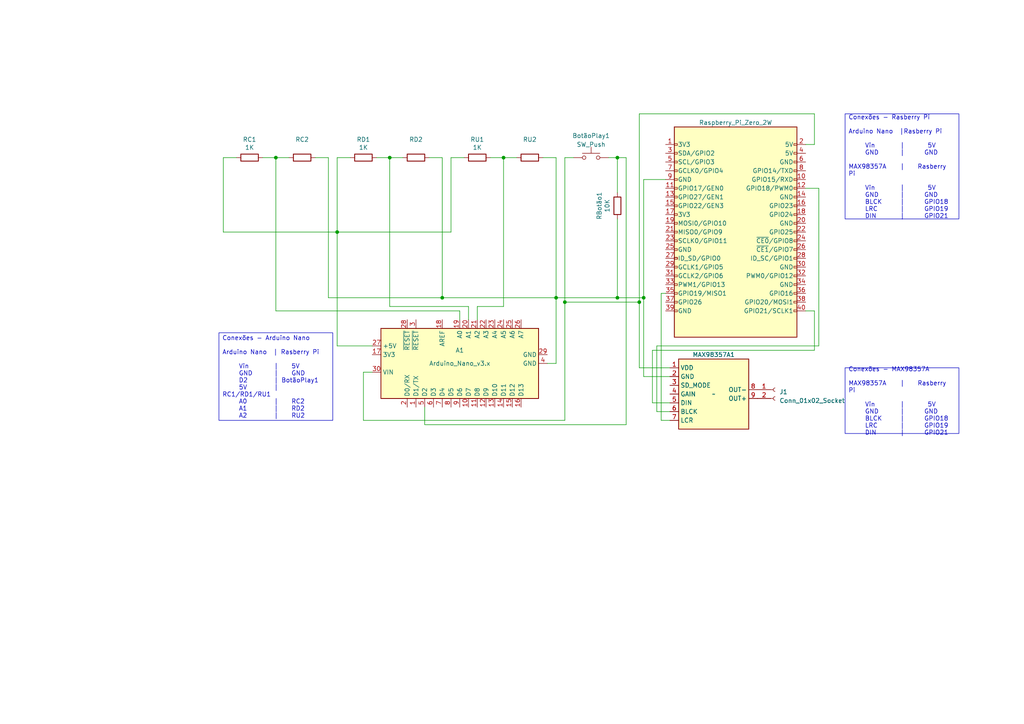
<source format=kicad_sch>
(kicad_sch (version 20230121) (generator eeschema)

  (uuid 43941ae2-2cd4-4081-8add-804a6517e487)

  (paper "A4")

  (title_block
    (title "ÁBACO ELETRÔNICO COM SINTETIZADOR DE VOZ")
    (company "Oracle Solution")
    (comment 1 "Marco Antonio do E. S. Maues Junior (202206840033)")
    (comment 2 "Kauan Miranda Tavares (202206840033) | Joel Tavares Miranda (202206840054)")
    (comment 3 "Jean Dean Monteiro Pereira (202006840021)")
    (comment 4 "Danton Araujo Rodrigues da Cunha (202206840011)")
  )

  (lib_symbols
    (symbol "Connector:Conn_01x02_Socket" (pin_names (offset 1.016) hide) (in_bom yes) (on_board yes)
      (property "Reference" "J" (at 0 2.54 0)
        (effects (font (size 1.27 1.27)))
      )
      (property "Value" "Conn_01x02_Socket" (at 0 -5.08 0)
        (effects (font (size 1.27 1.27)))
      )
      (property "Footprint" "" (at 0 0 0)
        (effects (font (size 1.27 1.27)) hide)
      )
      (property "Datasheet" "~" (at 0 0 0)
        (effects (font (size 1.27 1.27)) hide)
      )
      (property "ki_locked" "" (at 0 0 0)
        (effects (font (size 1.27 1.27)))
      )
      (property "ki_keywords" "connector" (at 0 0 0)
        (effects (font (size 1.27 1.27)) hide)
      )
      (property "ki_description" "Generic connector, single row, 01x02, script generated" (at 0 0 0)
        (effects (font (size 1.27 1.27)) hide)
      )
      (property "ki_fp_filters" "Connector*:*_1x??_*" (at 0 0 0)
        (effects (font (size 1.27 1.27)) hide)
      )
      (symbol "Conn_01x02_Socket_1_1"
        (arc (start 0 -2.032) (mid -0.5058 -2.54) (end 0 -3.048)
          (stroke (width 0.1524) (type default))
          (fill (type none))
        )
        (polyline
          (pts
            (xy -1.27 -2.54)
            (xy -0.508 -2.54)
          )
          (stroke (width 0.1524) (type default))
          (fill (type none))
        )
        (polyline
          (pts
            (xy -1.27 0)
            (xy -0.508 0)
          )
          (stroke (width 0.1524) (type default))
          (fill (type none))
        )
        (arc (start 0 0.508) (mid -0.5058 0) (end 0 -0.508)
          (stroke (width 0.1524) (type default))
          (fill (type none))
        )
        (pin passive line (at -5.08 0 0) (length 3.81)
          (name "Pin_1" (effects (font (size 1.27 1.27))))
          (number "1" (effects (font (size 1.27 1.27))))
        )
        (pin passive line (at -5.08 -2.54 0) (length 3.81)
          (name "Pin_2" (effects (font (size 1.27 1.27))))
          (number "2" (effects (font (size 1.27 1.27))))
        )
      )
    )
    (symbol "Device:R" (pin_numbers hide) (pin_names (offset 0)) (in_bom yes) (on_board yes)
      (property "Reference" "R" (at 2.032 0 90)
        (effects (font (size 1.27 1.27)))
      )
      (property "Value" "R" (at 0 0 90)
        (effects (font (size 1.27 1.27)))
      )
      (property "Footprint" "" (at -1.778 0 90)
        (effects (font (size 1.27 1.27)) hide)
      )
      (property "Datasheet" "~" (at 0 0 0)
        (effects (font (size 1.27 1.27)) hide)
      )
      (property "ki_keywords" "R res resistor" (at 0 0 0)
        (effects (font (size 1.27 1.27)) hide)
      )
      (property "ki_description" "Resistor" (at 0 0 0)
        (effects (font (size 1.27 1.27)) hide)
      )
      (property "ki_fp_filters" "R_*" (at 0 0 0)
        (effects (font (size 1.27 1.27)) hide)
      )
      (symbol "R_0_1"
        (rectangle (start -1.016 -2.54) (end 1.016 2.54)
          (stroke (width 0.254) (type default))
          (fill (type none))
        )
      )
      (symbol "R_1_1"
        (pin passive line (at 0 3.81 270) (length 1.27)
          (name "~" (effects (font (size 1.27 1.27))))
          (number "1" (effects (font (size 1.27 1.27))))
        )
        (pin passive line (at 0 -3.81 90) (length 1.27)
          (name "~" (effects (font (size 1.27 1.27))))
          (number "2" (effects (font (size 1.27 1.27))))
        )
      )
    )
    (symbol "MAX98357A:MAX98357A" (in_bom yes) (on_board yes)
      (property "Reference" "U1" (at 0 11.43 0)
        (effects (font (size 1.27 1.27)))
      )
      (property "Value" "~" (at 0 0 0)
        (effects (font (size 1.27 1.27)))
      )
      (property "Footprint" "Connector_PinHeader_2.54mm:PinHeader_1x09_P2.54mm_Vertical" (at 0 0 0)
        (effects (font (size 1.27 1.27)) hide)
      )
      (property "Datasheet" "" (at 0 0 0)
        (effects (font (size 1.27 1.27)) hide)
      )
      (symbol "MAX98357A_0_1"
        (rectangle (start -10.16 10.16) (end 10.16 -10.16)
          (stroke (width 0.254) (type default))
          (fill (type background))
        )
      )
      (symbol "MAX98357A_1_1"
        (pin power_in line (at -12.7 7.62 0) (length 2.54)
          (name "VDD" (effects (font (size 1.27 1.27))))
          (number "1" (effects (font (size 1.27 1.27))))
        )
        (pin power_in line (at -12.7 5.08 0) (length 2.54)
          (name "GND" (effects (font (size 1.27 1.27))))
          (number "2" (effects (font (size 1.27 1.27))))
        )
        (pin input line (at -12.7 2.54 0) (length 2.54)
          (name "SD_MODE" (effects (font (size 1.27 1.27))))
          (number "3" (effects (font (size 1.27 1.27))))
        )
        (pin input line (at -12.7 0 0) (length 2.54)
          (name "GAIN" (effects (font (size 1.27 1.27))))
          (number "4" (effects (font (size 1.27 1.27))))
        )
        (pin input line (at -12.7 -2.54 0) (length 2.54)
          (name "DIN" (effects (font (size 1.27 1.27))))
          (number "5" (effects (font (size 1.27 1.27))))
        )
        (pin input line (at -12.7 -5.08 0) (length 2.54)
          (name "BLCK" (effects (font (size 1.27 1.27))))
          (number "6" (effects (font (size 1.27 1.27))))
        )
        (pin input line (at -12.7 -7.62 0) (length 2.54)
          (name "LCR" (effects (font (size 1.27 1.27))))
          (number "7" (effects (font (size 1.27 1.27))))
        )
        (pin power_out line (at 12.7 1.27 180) (length 2.54)
          (name "OUT-" (effects (font (size 1.27 1.27))))
          (number "8" (effects (font (size 1.27 1.27))))
        )
        (pin power_out line (at 12.7 -1.27 180) (length 2.54)
          (name "OUT+" (effects (font (size 1.27 1.27))))
          (number "9" (effects (font (size 1.27 1.27))))
        )
      )
    )
    (symbol "MCU_Module:Arduino_Nano_v3.x" (in_bom yes) (on_board yes)
      (property "Reference" "A" (at -10.16 23.495 0)
        (effects (font (size 1.27 1.27)) (justify left bottom))
      )
      (property "Value" "Arduino_Nano_v3.x" (at 5.08 -24.13 0)
        (effects (font (size 1.27 1.27)) (justify left top))
      )
      (property "Footprint" "Module:Arduino_Nano" (at 0 0 0)
        (effects (font (size 1.27 1.27) italic) hide)
      )
      (property "Datasheet" "http://www.mouser.com/pdfdocs/Gravitech_Arduino_Nano3_0.pdf" (at 0 0 0)
        (effects (font (size 1.27 1.27)) hide)
      )
      (property "ki_keywords" "Arduino nano microcontroller module USB" (at 0 0 0)
        (effects (font (size 1.27 1.27)) hide)
      )
      (property "ki_description" "Arduino Nano v3.x" (at 0 0 0)
        (effects (font (size 1.27 1.27)) hide)
      )
      (property "ki_fp_filters" "Arduino*Nano*" (at 0 0 0)
        (effects (font (size 1.27 1.27)) hide)
      )
      (symbol "Arduino_Nano_v3.x_0_1"
        (rectangle (start -10.16 22.86) (end 10.16 -22.86)
          (stroke (width 0.254) (type default))
          (fill (type background))
        )
      )
      (symbol "Arduino_Nano_v3.x_1_1"
        (pin bidirectional line (at -12.7 12.7 0) (length 2.54)
          (name "D1/TX" (effects (font (size 1.27 1.27))))
          (number "1" (effects (font (size 1.27 1.27))))
        )
        (pin bidirectional line (at -12.7 -2.54 0) (length 2.54)
          (name "D7" (effects (font (size 1.27 1.27))))
          (number "10" (effects (font (size 1.27 1.27))))
        )
        (pin bidirectional line (at -12.7 -5.08 0) (length 2.54)
          (name "D8" (effects (font (size 1.27 1.27))))
          (number "11" (effects (font (size 1.27 1.27))))
        )
        (pin bidirectional line (at -12.7 -7.62 0) (length 2.54)
          (name "D9" (effects (font (size 1.27 1.27))))
          (number "12" (effects (font (size 1.27 1.27))))
        )
        (pin bidirectional line (at -12.7 -10.16 0) (length 2.54)
          (name "D10" (effects (font (size 1.27 1.27))))
          (number "13" (effects (font (size 1.27 1.27))))
        )
        (pin bidirectional line (at -12.7 -12.7 0) (length 2.54)
          (name "D11" (effects (font (size 1.27 1.27))))
          (number "14" (effects (font (size 1.27 1.27))))
        )
        (pin bidirectional line (at -12.7 -15.24 0) (length 2.54)
          (name "D12" (effects (font (size 1.27 1.27))))
          (number "15" (effects (font (size 1.27 1.27))))
        )
        (pin bidirectional line (at -12.7 -17.78 0) (length 2.54)
          (name "D13" (effects (font (size 1.27 1.27))))
          (number "16" (effects (font (size 1.27 1.27))))
        )
        (pin power_out line (at 2.54 25.4 270) (length 2.54)
          (name "3V3" (effects (font (size 1.27 1.27))))
          (number "17" (effects (font (size 1.27 1.27))))
        )
        (pin input line (at 12.7 5.08 180) (length 2.54)
          (name "AREF" (effects (font (size 1.27 1.27))))
          (number "18" (effects (font (size 1.27 1.27))))
        )
        (pin bidirectional line (at 12.7 0 180) (length 2.54)
          (name "A0" (effects (font (size 1.27 1.27))))
          (number "19" (effects (font (size 1.27 1.27))))
        )
        (pin bidirectional line (at -12.7 15.24 0) (length 2.54)
          (name "D0/RX" (effects (font (size 1.27 1.27))))
          (number "2" (effects (font (size 1.27 1.27))))
        )
        (pin bidirectional line (at 12.7 -2.54 180) (length 2.54)
          (name "A1" (effects (font (size 1.27 1.27))))
          (number "20" (effects (font (size 1.27 1.27))))
        )
        (pin bidirectional line (at 12.7 -5.08 180) (length 2.54)
          (name "A2" (effects (font (size 1.27 1.27))))
          (number "21" (effects (font (size 1.27 1.27))))
        )
        (pin bidirectional line (at 12.7 -7.62 180) (length 2.54)
          (name "A3" (effects (font (size 1.27 1.27))))
          (number "22" (effects (font (size 1.27 1.27))))
        )
        (pin bidirectional line (at 12.7 -10.16 180) (length 2.54)
          (name "A4" (effects (font (size 1.27 1.27))))
          (number "23" (effects (font (size 1.27 1.27))))
        )
        (pin bidirectional line (at 12.7 -12.7 180) (length 2.54)
          (name "A5" (effects (font (size 1.27 1.27))))
          (number "24" (effects (font (size 1.27 1.27))))
        )
        (pin bidirectional line (at 12.7 -15.24 180) (length 2.54)
          (name "A6" (effects (font (size 1.27 1.27))))
          (number "25" (effects (font (size 1.27 1.27))))
        )
        (pin bidirectional line (at 12.7 -17.78 180) (length 2.54)
          (name "A7" (effects (font (size 1.27 1.27))))
          (number "26" (effects (font (size 1.27 1.27))))
        )
        (pin power_out line (at 5.08 25.4 270) (length 2.54)
          (name "+5V" (effects (font (size 1.27 1.27))))
          (number "27" (effects (font (size 1.27 1.27))))
        )
        (pin input line (at 12.7 15.24 180) (length 2.54)
          (name "~{RESET}" (effects (font (size 1.27 1.27))))
          (number "28" (effects (font (size 1.27 1.27))))
        )
        (pin power_in line (at 2.54 -25.4 90) (length 2.54)
          (name "GND" (effects (font (size 1.27 1.27))))
          (number "29" (effects (font (size 1.27 1.27))))
        )
        (pin input line (at 12.7 12.7 180) (length 2.54)
          (name "~{RESET}" (effects (font (size 1.27 1.27))))
          (number "3" (effects (font (size 1.27 1.27))))
        )
        (pin power_in line (at -2.54 25.4 270) (length 2.54)
          (name "VIN" (effects (font (size 1.27 1.27))))
          (number "30" (effects (font (size 1.27 1.27))))
        )
        (pin power_in line (at 0 -25.4 90) (length 2.54)
          (name "GND" (effects (font (size 1.27 1.27))))
          (number "4" (effects (font (size 1.27 1.27))))
        )
        (pin bidirectional line (at -12.7 10.16 0) (length 2.54)
          (name "D2" (effects (font (size 1.27 1.27))))
          (number "5" (effects (font (size 1.27 1.27))))
        )
        (pin bidirectional line (at -12.7 7.62 0) (length 2.54)
          (name "D3" (effects (font (size 1.27 1.27))))
          (number "6" (effects (font (size 1.27 1.27))))
        )
        (pin bidirectional line (at -12.7 5.08 0) (length 2.54)
          (name "D4" (effects (font (size 1.27 1.27))))
          (number "7" (effects (font (size 1.27 1.27))))
        )
        (pin bidirectional line (at -12.7 2.54 0) (length 2.54)
          (name "D5" (effects (font (size 1.27 1.27))))
          (number "8" (effects (font (size 1.27 1.27))))
        )
        (pin bidirectional line (at -12.7 0 0) (length 2.54)
          (name "D6" (effects (font (size 1.27 1.27))))
          (number "9" (effects (font (size 1.27 1.27))))
        )
      )
    )
    (symbol "RaspberryPiZero2w:Raspberry_Pi_Zero_2W" (pin_names (offset 1.016)) (in_bom yes) (on_board yes)
      (property "Reference" "https://datasheets.raspberrypi.com/rpizero2/raspberry-pi-zero-2-w-reduced-schematics.pdf" (at -44.45 -39.37 0)
        (effects (font (size 1.27 1.27)) (justify left bottom))
      )
      (property "Value" "Raspberry_Pi_Zero_2W" (at 10.16 -31.75 0)
        (effects (font (size 1.27 1.27)) (justify left top))
      )
      (property "Footprint" "" (at 0 0 0)
        (effects (font (size 1.27 1.27)) hide)
      )
      (property "Datasheet" "https://www.raspberrypi.org/documentation/hardware/raspberrypi/schematics/rpi_SCH_3bplus_1p0_reduced.pdf" (at 0 -57.15 0)
        (effects (font (size 1.27 1.27)) hide)
      )
      (property "ki_keywords" "raspberrypi gpio" (at 0 0 0)
        (effects (font (size 1.27 1.27)) hide)
      )
      (property "ki_description" "expansion header for Raspberry Pi 2 & 3" (at 0 0 0)
        (effects (font (size 1.27 1.27)) hide)
      )
      (property "ki_fp_filters" "PinHeader*2x20*P2.54mm*Vertical* PinSocket*2x20*P2.54mm*Vertical*" (at 0 0 0)
        (effects (font (size 1.27 1.27)) hide)
      )
      (symbol "Raspberry_Pi_Zero_2W_0_1"
        (rectangle (start -17.78 30.48) (end 17.78 -30.48)
          (stroke (width 0.254) (type default))
          (fill (type background))
        )
      )
      (symbol "Raspberry_Pi_Zero_2W_1_1"
        (rectangle (start -17.78 -22.606) (end -16.891 -23.114)
          (stroke (width 0) (type default))
          (fill (type none))
        )
        (rectangle (start -17.78 -12.446) (end -16.891 -12.954)
          (stroke (width 0) (type default))
          (fill (type none))
        )
        (rectangle (start -17.78 -4.826) (end -16.891 -5.334)
          (stroke (width 0) (type default))
          (fill (type none))
        )
        (rectangle (start -17.78 4.826) (end -16.891 5.334)
          (stroke (width 0) (type default))
          (fill (type none))
        )
        (rectangle (start -17.78 15.494) (end -16.891 14.986)
          (stroke (width 0) (type default))
          (fill (type none))
        )
        (rectangle (start -17.78 25.146) (end -16.891 25.654)
          (stroke (width 0) (type default))
          (fill (type none))
        )
        (rectangle (start -16.891 -20.066) (end -17.78 -20.574)
          (stroke (width 0) (type default))
          (fill (type none))
        )
        (rectangle (start -16.891 -17.526) (end -17.78 -18.034)
          (stroke (width 0) (type default))
          (fill (type none))
        )
        (rectangle (start -16.891 -15.494) (end -17.78 -14.986)
          (stroke (width 0) (type default))
          (fill (type none))
        )
        (rectangle (start -16.891 -10.414) (end -17.78 -9.906)
          (stroke (width 0) (type default))
          (fill (type none))
        )
        (rectangle (start -16.891 -7.874) (end -17.78 -7.366)
          (stroke (width 0) (type default))
          (fill (type none))
        )
        (rectangle (start -16.891 -7.874) (end -17.78 -7.366)
          (stroke (width 0) (type default))
          (fill (type none))
        )
        (rectangle (start -16.891 -2.794) (end -17.78 -2.286)
          (stroke (width 0) (type default))
          (fill (type none))
        )
        (rectangle (start -16.891 -0.254) (end -17.78 0.254)
          (stroke (width 0) (type default))
          (fill (type none))
        )
        (rectangle (start -16.891 2.286) (end -17.78 2.794)
          (stroke (width 0) (type default))
          (fill (type none))
        )
        (rectangle (start -16.891 7.874) (end -17.78 7.366)
          (stroke (width 0) (type default))
          (fill (type none))
        )
        (rectangle (start -16.891 10.414) (end -17.78 9.906)
          (stroke (width 0) (type default))
          (fill (type none))
        )
        (rectangle (start -16.891 12.954) (end -17.78 12.446)
          (stroke (width 0) (type default))
          (fill (type none))
        )
        (rectangle (start -16.891 17.526) (end -17.78 18.034)
          (stroke (width 0) (type default))
          (fill (type none))
        )
        (rectangle (start -16.891 20.066) (end -17.78 20.574)
          (stroke (width 0) (type default))
          (fill (type none))
        )
        (rectangle (start -16.891 22.606) (end -17.78 23.114)
          (stroke (width 0) (type default))
          (fill (type none))
        )
        (rectangle (start 16.891 -17.526) (end 17.78 -18.034)
          (stroke (width 0) (type default))
          (fill (type none))
        )
        (rectangle (start 16.891 -15.494) (end 17.78 -14.986)
          (stroke (width 0) (type default))
          (fill (type none))
        )
        (rectangle (start 16.891 -10.414) (end 17.78 -9.906)
          (stroke (width 0) (type default))
          (fill (type none))
        )
        (rectangle (start 16.891 -7.874) (end 17.78 -7.366)
          (stroke (width 0) (type default))
          (fill (type none))
        )
        (rectangle (start 16.891 2.286) (end 17.78 2.794)
          (stroke (width 0) (type default))
          (fill (type none))
        )
        (rectangle (start 16.891 9.906) (end 17.78 10.414)
          (stroke (width 0) (type default))
          (fill (type none))
        )
        (rectangle (start 16.891 20.066) (end 17.78 20.574)
          (stroke (width 0) (type default))
          (fill (type none))
        )
        (rectangle (start 16.891 23.114) (end 17.78 22.606)
          (stroke (width 0) (type default))
          (fill (type none))
        )
        (rectangle (start 16.891 25.654) (end 17.78 25.146)
          (stroke (width 0) (type default))
          (fill (type none))
        )
        (rectangle (start 17.78 -23.114) (end 16.891 -22.606)
          (stroke (width 0) (type default))
          (fill (type none))
        )
        (rectangle (start 17.78 -20.574) (end 16.891 -20.066)
          (stroke (width 0) (type default))
          (fill (type none))
        )
        (rectangle (start 17.78 -12.446) (end 16.891 -12.954)
          (stroke (width 0) (type default))
          (fill (type none))
        )
        (rectangle (start 17.78 -4.826) (end 16.891 -5.334)
          (stroke (width 0) (type default))
          (fill (type none))
        )
        (rectangle (start 17.78 -2.286) (end 16.891 -2.794)
          (stroke (width 0) (type default))
          (fill (type none))
        )
        (rectangle (start 17.78 -0.254) (end 16.891 0.254)
          (stroke (width 0) (type default))
          (fill (type none))
        )
        (rectangle (start 17.78 4.826) (end 16.891 5.334)
          (stroke (width 0) (type default))
          (fill (type none))
        )
        (rectangle (start 17.78 7.366) (end 16.891 7.874)
          (stroke (width 0) (type default))
          (fill (type none))
        )
        (rectangle (start 17.78 12.446) (end 16.891 12.954)
          (stroke (width 0) (type default))
          (fill (type none))
        )
        (rectangle (start 17.78 14.986) (end 16.891 15.494)
          (stroke (width 0) (type default))
          (fill (type none))
        )
        (rectangle (start 17.78 17.526) (end 16.891 18.034)
          (stroke (width 0) (type default))
          (fill (type none))
        )
        (pin power_in line (at -20.32 25.4 0) (length 2.54)
          (name "3V3" (effects (font (size 1.27 1.27))))
          (number "1" (effects (font (size 1.27 1.27))))
        )
        (pin bidirectional line (at 20.32 15.24 180) (length 2.54)
          (name "GPIO15/RXD" (effects (font (size 1.27 1.27))))
          (number "10" (effects (font (size 1.27 1.27))))
        )
        (pin bidirectional line (at -20.32 12.7 0) (length 2.54)
          (name "GPIO17/GEN0" (effects (font (size 1.27 1.27))))
          (number "11" (effects (font (size 1.27 1.27))))
        )
        (pin bidirectional line (at 20.32 12.7 180) (length 2.54)
          (name "GPIO18/PWM0" (effects (font (size 1.27 1.27))))
          (number "12" (effects (font (size 1.27 1.27))))
        )
        (pin bidirectional line (at -20.32 10.16 0) (length 2.54)
          (name "GPIO27/GEN1" (effects (font (size 1.27 1.27))))
          (number "13" (effects (font (size 1.27 1.27))))
        )
        (pin power_in line (at 20.32 10.16 180) (length 2.54)
          (name "GND" (effects (font (size 1.27 1.27))))
          (number "14" (effects (font (size 1.27 1.27))))
        )
        (pin bidirectional line (at -20.32 7.62 0) (length 2.54)
          (name "GPIO22/GEN3" (effects (font (size 1.27 1.27))))
          (number "15" (effects (font (size 1.27 1.27))))
        )
        (pin bidirectional line (at 20.32 7.62 180) (length 2.54)
          (name "GPIO23" (effects (font (size 1.27 1.27))))
          (number "16" (effects (font (size 1.27 1.27))))
        )
        (pin power_in line (at -20.32 5.08 0) (length 2.54)
          (name "3V3" (effects (font (size 1.27 1.27))))
          (number "17" (effects (font (size 1.27 1.27))))
        )
        (pin bidirectional line (at 20.32 5.08 180) (length 2.54)
          (name "GPIO24" (effects (font (size 1.27 1.27))))
          (number "18" (effects (font (size 1.27 1.27))))
        )
        (pin bidirectional line (at -20.32 2.54 0) (length 2.54)
          (name "MOSI0/GPIO10" (effects (font (size 1.27 1.27))))
          (number "19" (effects (font (size 1.27 1.27))))
        )
        (pin power_in line (at 20.32 25.4 180) (length 2.54)
          (name "5V" (effects (font (size 1.27 1.27))))
          (number "2" (effects (font (size 1.27 1.27))))
        )
        (pin power_in line (at 20.32 2.54 180) (length 2.54)
          (name "GND" (effects (font (size 1.27 1.27))))
          (number "20" (effects (font (size 1.27 1.27))))
        )
        (pin bidirectional line (at -20.32 0 0) (length 2.54)
          (name "MISO0/GPIO9" (effects (font (size 1.27 1.27))))
          (number "21" (effects (font (size 1.27 1.27))))
        )
        (pin bidirectional line (at 20.32 0 180) (length 2.54)
          (name "GPIO25" (effects (font (size 1.27 1.27))))
          (number "22" (effects (font (size 1.27 1.27))))
        )
        (pin bidirectional line (at -20.32 -2.54 0) (length 2.54)
          (name "SCLK0/GPIO11" (effects (font (size 1.27 1.27))))
          (number "23" (effects (font (size 1.27 1.27))))
        )
        (pin bidirectional line (at 20.32 -2.54 180) (length 2.54)
          (name "~{CE0}/GPIO8" (effects (font (size 1.27 1.27))))
          (number "24" (effects (font (size 1.27 1.27))))
        )
        (pin power_in line (at -20.32 -5.08 0) (length 2.54)
          (name "GND" (effects (font (size 1.27 1.27))))
          (number "25" (effects (font (size 1.27 1.27))))
        )
        (pin bidirectional line (at 20.32 -5.08 180) (length 2.54)
          (name "~{CE1}/GPIO7" (effects (font (size 1.27 1.27))))
          (number "26" (effects (font (size 1.27 1.27))))
        )
        (pin bidirectional line (at -20.32 -7.62 0) (length 2.54)
          (name "ID_SD/GPIO0" (effects (font (size 1.27 1.27))))
          (number "27" (effects (font (size 1.27 1.27))))
        )
        (pin bidirectional line (at 20.32 -7.62 180) (length 2.54)
          (name "ID_SC/GPIO1" (effects (font (size 1.27 1.27))))
          (number "28" (effects (font (size 1.27 1.27))))
        )
        (pin bidirectional line (at -20.32 -10.16 0) (length 2.54)
          (name "GCLK1/GPIO5" (effects (font (size 1.27 1.27))))
          (number "29" (effects (font (size 1.27 1.27))))
        )
        (pin bidirectional line (at -20.32 22.86 0) (length 2.54)
          (name "SDA/GPIO2" (effects (font (size 1.27 1.27))))
          (number "3" (effects (font (size 1.27 1.27))))
        )
        (pin power_in line (at 20.32 -10.16 180) (length 2.54)
          (name "GND" (effects (font (size 1.27 1.27))))
          (number "30" (effects (font (size 1.27 1.27))))
        )
        (pin bidirectional line (at -20.32 -12.7 0) (length 2.54)
          (name "GCLK2/GPIO6" (effects (font (size 1.27 1.27))))
          (number "31" (effects (font (size 1.27 1.27))))
        )
        (pin bidirectional line (at 20.32 -12.7 180) (length 2.54)
          (name "PWM0/GPIO12" (effects (font (size 1.27 1.27))))
          (number "32" (effects (font (size 1.27 1.27))))
        )
        (pin bidirectional line (at -20.32 -15.24 0) (length 2.54)
          (name "PWM1/GPIO13" (effects (font (size 1.27 1.27))))
          (number "33" (effects (font (size 1.27 1.27))))
        )
        (pin power_in line (at 20.32 -15.24 180) (length 2.54)
          (name "GND" (effects (font (size 1.27 1.27))))
          (number "34" (effects (font (size 1.27 1.27))))
        )
        (pin bidirectional line (at -20.32 -17.78 0) (length 2.54)
          (name "GPIO19/MISO1" (effects (font (size 1.27 1.27))))
          (number "35" (effects (font (size 1.27 1.27))))
        )
        (pin bidirectional line (at 20.32 -17.78 180) (length 2.54)
          (name "GPIO16" (effects (font (size 1.27 1.27))))
          (number "36" (effects (font (size 1.27 1.27))))
        )
        (pin bidirectional line (at -20.32 -20.32 0) (length 2.54)
          (name "GPIO26" (effects (font (size 1.27 1.27))))
          (number "37" (effects (font (size 1.27 1.27))))
        )
        (pin bidirectional line (at 20.32 -20.32 180) (length 2.54)
          (name "GPIO20/MOSI1" (effects (font (size 1.27 1.27))))
          (number "38" (effects (font (size 1.27 1.27))))
        )
        (pin power_in line (at -20.32 -22.86 0) (length 2.54)
          (name "GND" (effects (font (size 1.27 1.27))))
          (number "39" (effects (font (size 1.27 1.27))))
        )
        (pin power_in line (at 20.32 22.86 180) (length 2.54)
          (name "5V" (effects (font (size 1.27 1.27))))
          (number "4" (effects (font (size 1.27 1.27))))
        )
        (pin bidirectional line (at 20.32 -22.86 180) (length 2.54)
          (name "GPIO21/SCLK1" (effects (font (size 1.27 1.27))))
          (number "40" (effects (font (size 1.27 1.27))))
        )
        (pin bidirectional line (at -20.32 20.32 0) (length 2.54)
          (name "SCL/GPIO3" (effects (font (size 1.27 1.27))))
          (number "5" (effects (font (size 1.27 1.27))))
        )
        (pin power_in line (at 20.32 20.32 180) (length 2.54)
          (name "GND" (effects (font (size 1.27 1.27))))
          (number "6" (effects (font (size 1.27 1.27))))
        )
        (pin bidirectional line (at -20.32 17.78 0) (length 2.54)
          (name "GCLK0/GPIO4" (effects (font (size 1.27 1.27))))
          (number "7" (effects (font (size 1.27 1.27))))
        )
        (pin bidirectional line (at 20.32 17.78 180) (length 2.54)
          (name "GPIO14/TXD" (effects (font (size 1.27 1.27))))
          (number "8" (effects (font (size 1.27 1.27))))
        )
        (pin power_in line (at -20.32 15.24 0) (length 2.54)
          (name "GND" (effects (font (size 1.27 1.27))))
          (number "9" (effects (font (size 1.27 1.27))))
        )
      )
    )
    (symbol "Switch:SW_Push" (pin_numbers hide) (pin_names (offset 1.016) hide) (in_bom yes) (on_board yes)
      (property "Reference" "SW" (at 1.27 2.54 0)
        (effects (font (size 1.27 1.27)) (justify left))
      )
      (property "Value" "SW_Push" (at 0 -1.524 0)
        (effects (font (size 1.27 1.27)))
      )
      (property "Footprint" "" (at 0 5.08 0)
        (effects (font (size 1.27 1.27)) hide)
      )
      (property "Datasheet" "~" (at 0 5.08 0)
        (effects (font (size 1.27 1.27)) hide)
      )
      (property "ki_keywords" "switch normally-open pushbutton push-button" (at 0 0 0)
        (effects (font (size 1.27 1.27)) hide)
      )
      (property "ki_description" "Push button switch, generic, two pins" (at 0 0 0)
        (effects (font (size 1.27 1.27)) hide)
      )
      (symbol "SW_Push_0_1"
        (circle (center -2.032 0) (radius 0.508)
          (stroke (width 0) (type default))
          (fill (type none))
        )
        (polyline
          (pts
            (xy 0 1.27)
            (xy 0 3.048)
          )
          (stroke (width 0) (type default))
          (fill (type none))
        )
        (polyline
          (pts
            (xy 2.54 1.27)
            (xy -2.54 1.27)
          )
          (stroke (width 0) (type default))
          (fill (type none))
        )
        (circle (center 2.032 0) (radius 0.508)
          (stroke (width 0) (type default))
          (fill (type none))
        )
        (pin passive line (at -5.08 0 0) (length 2.54)
          (name "1" (effects (font (size 1.27 1.27))))
          (number "1" (effects (font (size 1.27 1.27))))
        )
        (pin passive line (at 5.08 0 180) (length 2.54)
          (name "2" (effects (font (size 1.27 1.27))))
          (number "2" (effects (font (size 1.27 1.27))))
        )
      )
    )
  )

  (junction (at 179.07 45.72) (diameter 0) (color 0 0 0 0)
    (uuid 1e075567-b03a-4837-9568-d1b0918a92ab)
  )
  (junction (at 179.07 86.36) (diameter 0) (color 0 0 0 0)
    (uuid 21b062f2-6368-4df3-8fb5-adca05d415a2)
  )
  (junction (at 146.05 45.72) (diameter 0) (color 0 0 0 0)
    (uuid 23808bfd-9a94-49ca-a81a-b0e283fbc31b)
  )
  (junction (at 97.79 67.31) (diameter 0) (color 0 0 0 0)
    (uuid 3e0feaa2-3bfa-475b-981a-c58aa318fb23)
  )
  (junction (at 185.42 87.63) (diameter 0) (color 0 0 0 0)
    (uuid 7dd26c10-094a-4efc-b9c4-f080712b8e1a)
  )
  (junction (at 80.01 45.72) (diameter 0) (color 0 0 0 0)
    (uuid 872a05db-a6a4-4c18-aac5-d7bffa5e27ce)
  )
  (junction (at 161.29 86.36) (diameter 0) (color 0 0 0 0)
    (uuid a79fc5f6-9e18-42fa-a09a-f8ac1b80499e)
  )
  (junction (at 128.27 86.36) (diameter 0) (color 0 0 0 0)
    (uuid a879a1a0-a673-4b4e-bf33-815da8ba0745)
  )
  (junction (at 186.69 86.36) (diameter 0) (color 0 0 0 0)
    (uuid becb8817-af9b-4b76-b1e9-e16c74456737)
  )
  (junction (at 113.03 45.72) (diameter 0) (color 0 0 0 0)
    (uuid e8162556-d62d-4609-9f88-7d1e2b9081c4)
  )
  (junction (at 163.83 87.63) (diameter 0) (color 0 0 0 0)
    (uuid f60c79a7-3412-43d5-9d51-fd07ae99cd73)
  )

  (wire (pts (xy 80.01 45.72) (xy 83.82 45.72))
    (stroke (width 0) (type default))
    (uuid 0049ad02-c2ce-428b-833c-0eeb9c167cd3)
  )
  (wire (pts (xy 161.29 45.72) (xy 161.29 86.36))
    (stroke (width 0) (type default))
    (uuid 00871d80-cf98-43d9-bb54-0030e1b390be)
  )
  (wire (pts (xy 107.95 107.95) (xy 105.41 107.95))
    (stroke (width 0) (type default))
    (uuid 0779926c-5ef0-4e57-87c0-1362c4e53e75)
  )
  (wire (pts (xy 105.41 107.95) (xy 105.41 121.92))
    (stroke (width 0) (type default))
    (uuid 0933f55b-b962-475a-a42d-bd657f0d655b)
  )
  (wire (pts (xy 146.05 45.72) (xy 142.24 45.72))
    (stroke (width 0) (type default))
    (uuid 0971dea3-ffd3-41b9-a190-e324d494e33e)
  )
  (wire (pts (xy 189.23 116.84) (xy 189.23 101.6))
    (stroke (width 0) (type default))
    (uuid 0a2e8d0e-d561-4680-9fae-a2771219e835)
  )
  (wire (pts (xy 186.69 86.36) (xy 179.07 86.36))
    (stroke (width 0) (type default))
    (uuid 0cf8a610-ba86-4717-9a20-435000e027a4)
  )
  (wire (pts (xy 186.69 52.07) (xy 186.69 86.36))
    (stroke (width 0) (type default))
    (uuid 18df5382-f32a-4352-864c-1d48491c3046)
  )
  (wire (pts (xy 95.25 86.36) (xy 128.27 86.36))
    (stroke (width 0) (type default))
    (uuid 1c7bad46-b658-4f78-b859-34c58364ab59)
  )
  (wire (pts (xy 146.05 45.72) (xy 146.05 88.9))
    (stroke (width 0) (type default))
    (uuid 201197b9-4997-4000-b71a-9d76b538fa30)
  )
  (wire (pts (xy 146.05 45.72) (xy 149.86 45.72))
    (stroke (width 0) (type default))
    (uuid 21ce5eb2-9127-4688-9974-ecf4c68c1778)
  )
  (wire (pts (xy 130.81 45.72) (xy 130.81 67.31))
    (stroke (width 0) (type default))
    (uuid 261f0d27-72c8-4073-8f54-f4fa57ee3770)
  )
  (wire (pts (xy 179.07 55.88) (xy 179.07 45.72))
    (stroke (width 0) (type default))
    (uuid 2b4c72e8-5af4-4629-a6fb-040b79970bce)
  )
  (wire (pts (xy 113.03 45.72) (xy 113.03 88.9))
    (stroke (width 0) (type default))
    (uuid 37cd3e3c-abb8-4b45-a04f-4283ac554a04)
  )
  (wire (pts (xy 128.27 86.36) (xy 161.29 86.36))
    (stroke (width 0) (type default))
    (uuid 3d397473-2435-4c0e-89ba-1639894e0a29)
  )
  (wire (pts (xy 236.22 101.6) (xy 236.22 90.17))
    (stroke (width 0) (type default))
    (uuid 3de40809-afe2-46ec-a34d-bb2988bf5717)
  )
  (wire (pts (xy 113.03 45.72) (xy 116.84 45.72))
    (stroke (width 0) (type default))
    (uuid 3ff79361-7975-41ab-a769-608928a0eb58)
  )
  (wire (pts (xy 237.49 100.33) (xy 237.49 54.61))
    (stroke (width 0) (type default))
    (uuid 4616680c-733f-46d8-b3a5-2194a6a86256)
  )
  (wire (pts (xy 161.29 105.41) (xy 161.29 86.36))
    (stroke (width 0) (type default))
    (uuid 4b320b38-3fa5-46e1-811f-d94447ce0892)
  )
  (wire (pts (xy 64.77 45.72) (xy 68.58 45.72))
    (stroke (width 0) (type default))
    (uuid 4d41a539-756c-45da-93ef-2f19085c9ae6)
  )
  (wire (pts (xy 97.79 45.72) (xy 97.79 67.31))
    (stroke (width 0) (type default))
    (uuid 4e13e556-7969-49fa-81b3-d970262afe22)
  )
  (wire (pts (xy 80.01 45.72) (xy 80.01 90.17))
    (stroke (width 0) (type default))
    (uuid 4f61cdd3-55e2-459d-9455-9642dac627e8)
  )
  (wire (pts (xy 179.07 45.72) (xy 176.53 45.72))
    (stroke (width 0) (type default))
    (uuid 521c1f6b-58eb-478e-93ff-f783b6a888c1)
  )
  (wire (pts (xy 194.31 121.92) (xy 191.77 121.92))
    (stroke (width 0) (type default))
    (uuid 58f1b7c8-4132-45de-81ef-8efe4caefc58)
  )
  (wire (pts (xy 124.46 45.72) (xy 128.27 45.72))
    (stroke (width 0) (type default))
    (uuid 5c72c178-3351-4cba-b431-a546b2118827)
  )
  (wire (pts (xy 133.35 92.71) (xy 133.35 90.17))
    (stroke (width 0) (type default))
    (uuid 60aa38be-1bc5-4efd-98fe-2179bcddb8c2)
  )
  (wire (pts (xy 194.31 106.68) (xy 185.42 106.68))
    (stroke (width 0) (type default))
    (uuid 65aac0ef-ca79-4b85-ba01-c4ef24bab339)
  )
  (wire (pts (xy 97.79 45.72) (xy 101.6 45.72))
    (stroke (width 0) (type default))
    (uuid 65f818e6-b3c4-4cd3-a6a6-1688ba6d0e87)
  )
  (wire (pts (xy 64.77 45.72) (xy 64.77 67.31))
    (stroke (width 0) (type default))
    (uuid 695a0cb7-27ed-4e18-9637-745a94411c78)
  )
  (wire (pts (xy 163.83 45.72) (xy 163.83 87.63))
    (stroke (width 0) (type default))
    (uuid 69be9d76-f0e1-481e-b534-ec38e33ffeb3)
  )
  (wire (pts (xy 123.19 123.19) (xy 181.61 123.19))
    (stroke (width 0) (type default))
    (uuid 6a4b3fad-d45f-41ac-a37d-43d20c17b767)
  )
  (wire (pts (xy 138.43 88.9) (xy 146.05 88.9))
    (stroke (width 0) (type default))
    (uuid 6b5fae3a-a0ce-4845-91cf-25682fa0d2b3)
  )
  (wire (pts (xy 194.31 116.84) (xy 189.23 116.84))
    (stroke (width 0) (type default))
    (uuid 6b711ecc-3b9a-4a34-bf79-b6033a1d52d4)
  )
  (wire (pts (xy 185.42 87.63) (xy 185.42 106.68))
    (stroke (width 0) (type default))
    (uuid 6c7f5bbe-ff57-484d-827e-d7221c592b82)
  )
  (wire (pts (xy 236.22 41.91) (xy 236.22 33.02))
    (stroke (width 0) (type default))
    (uuid 6fc915f8-0ab6-4e3c-a155-746c3cf33ebc)
  )
  (wire (pts (xy 128.27 45.72) (xy 128.27 86.36))
    (stroke (width 0) (type default))
    (uuid 713be8dc-5472-4d6e-b9ed-8646fda90e35)
  )
  (wire (pts (xy 135.89 88.9) (xy 113.03 88.9))
    (stroke (width 0) (type default))
    (uuid 7340d14d-9f1f-4c04-9d86-0676d251b68f)
  )
  (wire (pts (xy 161.29 86.36) (xy 179.07 86.36))
    (stroke (width 0) (type default))
    (uuid 752e6f11-ba4d-4653-a2c9-843fb04fbb3e)
  )
  (wire (pts (xy 158.75 105.41) (xy 161.29 105.41))
    (stroke (width 0) (type default))
    (uuid 77abb002-33a9-43df-87e9-8419f7c53f81)
  )
  (wire (pts (xy 237.49 54.61) (xy 233.68 54.61))
    (stroke (width 0) (type default))
    (uuid 796170cd-4ba3-423b-8e70-0c90b954363e)
  )
  (wire (pts (xy 163.83 87.63) (xy 185.42 87.63))
    (stroke (width 0) (type default))
    (uuid 7e564afa-c073-4f50-90ee-f1a1e516d4ee)
  )
  (wire (pts (xy 97.79 67.31) (xy 130.81 67.31))
    (stroke (width 0) (type default))
    (uuid 80624bd7-4333-4c22-84e0-5aeaf151598f)
  )
  (wire (pts (xy 95.25 45.72) (xy 95.25 86.36))
    (stroke (width 0) (type default))
    (uuid 885b491d-7773-4400-b80b-78e3c00132ef)
  )
  (wire (pts (xy 107.95 100.33) (xy 97.79 100.33))
    (stroke (width 0) (type default))
    (uuid 89f07c0b-6c65-48b6-a9b1-888be5efb8d3)
  )
  (wire (pts (xy 193.04 52.07) (xy 186.69 52.07))
    (stroke (width 0) (type default))
    (uuid 8a72364b-f01f-4213-b647-2c3c77765721)
  )
  (wire (pts (xy 189.23 101.6) (xy 236.22 101.6))
    (stroke (width 0) (type default))
    (uuid 94094cfc-a284-4b34-8375-890a31ea64e8)
  )
  (wire (pts (xy 105.41 121.92) (xy 163.83 121.92))
    (stroke (width 0) (type default))
    (uuid 986ef48c-f311-4069-91b5-5f6c69d35c95)
  )
  (wire (pts (xy 138.43 92.71) (xy 138.43 88.9))
    (stroke (width 0) (type default))
    (uuid 9a7fc351-2f01-4509-91be-c71ea649e76f)
  )
  (wire (pts (xy 134.62 45.72) (xy 130.81 45.72))
    (stroke (width 0) (type default))
    (uuid 9d90be7b-b9c2-483c-9c85-3b6799a2d9e4)
  )
  (wire (pts (xy 186.69 109.22) (xy 186.69 86.36))
    (stroke (width 0) (type default))
    (uuid a1171a10-4ab6-40c4-a0db-4978b3c0ae36)
  )
  (wire (pts (xy 181.61 123.19) (xy 181.61 45.72))
    (stroke (width 0) (type default))
    (uuid a3ecfc20-09e7-4479-b7e1-ce63cd851e7c)
  )
  (wire (pts (xy 64.77 67.31) (xy 97.79 67.31))
    (stroke (width 0) (type default))
    (uuid a409f6e2-ff54-483a-897e-075d84c416e1)
  )
  (wire (pts (xy 133.35 90.17) (xy 80.01 90.17))
    (stroke (width 0) (type default))
    (uuid a7f48609-48bc-4cc1-ba98-4c0a587d7667)
  )
  (wire (pts (xy 179.07 63.5) (xy 179.07 86.36))
    (stroke (width 0) (type default))
    (uuid ab14b600-eb92-47ca-ba0a-4f7d73006506)
  )
  (wire (pts (xy 236.22 33.02) (xy 185.42 33.02))
    (stroke (width 0) (type default))
    (uuid ab8b712a-6160-4a66-afa6-de071092d015)
  )
  (wire (pts (xy 166.37 45.72) (xy 163.83 45.72))
    (stroke (width 0) (type default))
    (uuid ab9252a2-c14f-488e-9662-08e92ba3170b)
  )
  (wire (pts (xy 194.31 119.38) (xy 190.5 119.38))
    (stroke (width 0) (type default))
    (uuid b7df93cb-bb8c-4596-baf3-3aad0e4ca0c0)
  )
  (wire (pts (xy 76.2 45.72) (xy 80.01 45.72))
    (stroke (width 0) (type default))
    (uuid b8cf7ecd-10f9-4860-b8fe-5a6c2ef30b48)
  )
  (wire (pts (xy 191.77 85.09) (xy 193.04 85.09))
    (stroke (width 0) (type default))
    (uuid bb2d7f47-a90e-4ef0-81b4-e7dfe48c4cb2)
  )
  (wire (pts (xy 181.61 45.72) (xy 179.07 45.72))
    (stroke (width 0) (type default))
    (uuid c803240f-ee0d-4b49-b2d6-ef988ef31e70)
  )
  (wire (pts (xy 97.79 100.33) (xy 97.79 67.31))
    (stroke (width 0) (type default))
    (uuid c9be4f0c-5861-4232-8870-d68e8d3b7d6b)
  )
  (wire (pts (xy 191.77 121.92) (xy 191.77 85.09))
    (stroke (width 0) (type default))
    (uuid cdf59944-d10e-4265-bdc6-437a5baa5613)
  )
  (wire (pts (xy 233.68 41.91) (xy 236.22 41.91))
    (stroke (width 0) (type default))
    (uuid d2e32435-120d-413c-a103-6ce349feb136)
  )
  (wire (pts (xy 109.22 45.72) (xy 113.03 45.72))
    (stroke (width 0) (type default))
    (uuid da44db42-8a1e-416b-a7ef-e57c6d76e114)
  )
  (wire (pts (xy 157.48 45.72) (xy 161.29 45.72))
    (stroke (width 0) (type default))
    (uuid db164b56-f089-4d65-b840-294cf50d9da5)
  )
  (wire (pts (xy 91.44 45.72) (xy 95.25 45.72))
    (stroke (width 0) (type default))
    (uuid dd92fe2d-c06f-4f19-a6a8-0e31add93afc)
  )
  (wire (pts (xy 135.89 92.71) (xy 135.89 88.9))
    (stroke (width 0) (type default))
    (uuid ddcf88c1-388a-4bd6-97b7-1a01dfd78622)
  )
  (wire (pts (xy 123.19 118.11) (xy 123.19 123.19))
    (stroke (width 0) (type default))
    (uuid e8c3b9b7-60cd-4760-b457-02587ee3dc0b)
  )
  (wire (pts (xy 185.42 33.02) (xy 185.42 87.63))
    (stroke (width 0) (type default))
    (uuid e970a58c-ff93-4e0b-a810-b4dd0f34f8f1)
  )
  (wire (pts (xy 236.22 90.17) (xy 233.68 90.17))
    (stroke (width 0) (type default))
    (uuid e9e55c6b-24b0-49b9-93c0-210d1faab8df)
  )
  (wire (pts (xy 194.31 109.22) (xy 186.69 109.22))
    (stroke (width 0) (type default))
    (uuid f54571b7-4731-40a6-8df2-a25402d1b736)
  )
  (wire (pts (xy 190.5 119.38) (xy 190.5 100.33))
    (stroke (width 0) (type default))
    (uuid f755cbef-8aa8-4b56-90d5-25465d8f9ac8)
  )
  (wire (pts (xy 190.5 100.33) (xy 237.49 100.33))
    (stroke (width 0) (type default))
    (uuid fdb968ff-773e-4c3d-9c0a-e100a19a6d87)
  )
  (wire (pts (xy 163.83 121.92) (xy 163.83 87.63))
    (stroke (width 0) (type default))
    (uuid fe782b08-1937-4bb9-8811-9c0730f1e053)
  )

  (text_box "Conexões - MAX98357A\n\nMAX98357A	|	Rasberry Pi\n\n	Vin		|       5V \n	GND		|	  GND\n	BLCK	|	  GPIO18\n	LRC 	|	  GPIO19\n	DIN 	|	  GPIO21"
    (at 245.11 106.68 0) (size 33.02 19.05)
    (stroke (width 0) (type default))
    (fill (type none))
    (effects (font (size 1.27 1.27)) (justify left))
    (uuid 952b757a-fae8-43fb-b373-effa689ebce2)
  )
  (text_box "Conexões - Arduino Nano\n\nArduino Nano  | Rasberry Pi\n\n	Vin		| 	5V \n	GND		|	GND\n	D2		| BotãoPlay1\n	5V		| RC1/RD1/RU1\n	A0		|	RC2\n	A1		| 	RD2\n	A2		|	RU2"
    (at 63.5 96.52 0) (size 33.02 25.4)
    (stroke (width 0) (type default))
    (fill (type none))
    (effects (font (size 1.27 1.27)) (justify left))
    (uuid b9f87a77-689b-4954-8674-08cd9a7a537d)
  )
  (text_box "Conexões - Rasberry Pi\n\nArduino Nano  |Rasberry Pi\n\n	Vin		|       5V \n	GND		|	  GND\n\nMAX98357A	|	Rasberry Pi\n\n	Vin		|       5V \n	GND		|	  GND\n	BLCK	|	  GPIO18\n	LRC 	|	  GPIO19\n	DIN 	|	  GPIO21"
    (at 245.11 33.02 0) (size 33.02 30.48)
    (stroke (width 0) (type default))
    (fill (type none))
    (effects (font (size 1.27 1.27)) (justify left))
    (uuid c5e2af01-13b8-4a91-9d9c-81cf0f4ab314)
  )

  (symbol (lib_id "MAX98357A:MAX98357A") (at 207.01 114.3 0) (unit 1)
    (in_bom yes) (on_board yes) (dnp no) (fields_autoplaced)
    (uuid 1060b8a0-0763-48f4-a324-3b5c61925460)
    (property "Reference" "MAX98357A1" (at 207.01 102.87 0)
      (effects (font (size 1.27 1.27)))
    )
    (property "Value" "~" (at 207.01 114.3 0)
      (effects (font (size 1.27 1.27)))
    )
    (property "Footprint" "Connector_PinHeader_2.54mm:PinHeader_1x07_P2.54mm_Vertical" (at 207.01 114.3 0)
      (effects (font (size 1.27 1.27)) hide)
    )
    (property "Datasheet" "" (at 207.01 114.3 0)
      (effects (font (size 1.27 1.27)) hide)
    )
    (pin "1" (uuid 70b8cc09-121b-4d09-91a6-e6e7649cf7d5))
    (pin "2" (uuid 53e8c9ce-31d9-4693-884e-de817f9f164b))
    (pin "3" (uuid bf162cf7-4d1e-4d15-a010-b75f8182c3d7))
    (pin "4" (uuid 20c574ff-22ab-47a3-adaf-d53cacee6d49))
    (pin "5" (uuid 0a1c9631-37f9-4ca6-af92-0dbecaeb5bf5))
    (pin "6" (uuid c71a46aa-418b-4add-a098-a1289e67b56b))
    (pin "7" (uuid 3c380ef6-f5dd-4715-bfae-6e5a06d50e71))
    (pin "8" (uuid 4dfdc3b8-2575-4e9d-8ac6-cfe208d9299b))
    (pin "9" (uuid 8b772932-d28b-4ef1-96b7-7ae78d810155))
    (instances
      (project "abaco"
        (path "/43941ae2-2cd4-4081-8add-804a6517e487"
          (reference "MAX98357A1") (unit 1)
        )
      )
    )
  )

  (symbol (lib_id "Device:R") (at 138.43 45.72 270) (unit 1)
    (in_bom yes) (on_board yes) (dnp no)
    (uuid 1adaa9bb-de3a-426b-8efd-648c47389233)
    (property "Reference" "RU1" (at 138.43 40.4622 90)
      (effects (font (size 1.27 1.27)))
    )
    (property "Value" "1K" (at 138.43 42.7736 90)
      (effects (font (size 1.27 1.27)))
    )
    (property "Footprint" "Resistor_THT:R_Axial_DIN0411_L9.9mm_D3.6mm_P12.70mm_Horizontal" (at 138.43 43.942 90)
      (effects (font (size 1.27 1.27)) hide)
    )
    (property "Datasheet" "~" (at 138.43 45.72 0)
      (effects (font (size 1.27 1.27)) hide)
    )
    (pin "1" (uuid 24c97799-c738-4db1-87ee-764846c033b2))
    (pin "2" (uuid c964bee1-d53c-4f1e-b659-ff545eef393b))
    (instances
      (project "abaco"
        (path "/43941ae2-2cd4-4081-8add-804a6517e487"
          (reference "RU1") (unit 1)
        )
      )
      (project "Proj Elet.A"
        (path "/fa5cec89-980d-476a-abbc-e49f5c0b4a45"
          (reference "R?") (unit 1)
        )
      )
    )
  )

  (symbol (lib_id "RaspberryPiZero2w:Raspberry_Pi_Zero_2W") (at 213.36 67.31 0) (unit 1)
    (in_bom yes) (on_board yes) (dnp no) (fields_autoplaced)
    (uuid 3e4f708f-7c58-4232-9fe8-d36d6231eca1)
    (property "Reference" "https://datasheets.raspberrypi.com/rpizero2/raspberry-pi-zero-2-w-reduced-schematics.pdf1" (at 213.36 33.02 0)
      (effects (font (size 1.27 1.27)) hide)
    )
    (property "Value" "Raspberry_Pi_Zero_2W" (at 213.36 35.56 0)
      (effects (font (size 1.27 1.27)))
    )
    (property "Footprint" "Module:Raspberry_Pi_Zero_Socketed_THT_FaceDown_MountingHoles" (at 213.36 67.31 0)
      (effects (font (size 1.27 1.27)) hide)
    )
    (property "Datasheet" "https://www.raspberrypi.org/documentation/hardware/raspberrypi/schematics/rpi_SCH_3bplus_1p0_reduced.pdf" (at 213.36 124.46 0)
      (effects (font (size 1.27 1.27)) hide)
    )
    (pin "1" (uuid a9cf4975-e8cd-4d09-ba4f-57e980a32e6b))
    (pin "10" (uuid e8bf1a95-9149-44cf-874d-6faaa2895496))
    (pin "11" (uuid 8b633f21-3644-4125-9314-9c74fce117da))
    (pin "12" (uuid 63d55ee4-a793-455a-b31b-b69ebae48993))
    (pin "13" (uuid 432af556-741d-4c12-994a-5e3f2649ed12))
    (pin "14" (uuid d75cb672-98eb-4eee-9c2c-9d04a69a5949))
    (pin "15" (uuid 138dfc22-13ea-4553-bbb8-3f0af72ad5a3))
    (pin "16" (uuid 3dfa42fa-c37c-4995-8349-fd53c0a8e626))
    (pin "17" (uuid b5261695-7b75-4f72-affc-0926b64896c8))
    (pin "18" (uuid d88753b2-5442-466e-9d81-daca66ee6fae))
    (pin "19" (uuid 94bdfcac-6dae-4106-95f6-921635c8bfc0))
    (pin "2" (uuid 3a856749-24f4-4c1c-bbb2-bcc5a1bddcb9))
    (pin "20" (uuid 55b80af4-980f-483d-acc0-94bf08335360))
    (pin "21" (uuid 4393298e-0a25-4c15-9490-bf9f28faece4))
    (pin "22" (uuid f0f2fc99-f588-4add-a0eb-148aa017eab3))
    (pin "23" (uuid 12882221-1f8d-47da-af42-463fde866912))
    (pin "24" (uuid 66679469-ea18-49fd-b9af-130c9549cd6b))
    (pin "25" (uuid aeaf6b81-a87e-45d3-90f3-29fa91a40ebe))
    (pin "26" (uuid 13f765e1-b0a0-462d-81d6-a84ea608f2fc))
    (pin "27" (uuid 233c8ec5-d7c1-4ede-a624-81fadb3626f9))
    (pin "28" (uuid 7172e6c3-7cb3-4f8d-b6c7-37c329d4398b))
    (pin "29" (uuid 710bdafc-42cb-46eb-bb57-424798ec1190))
    (pin "3" (uuid a2994aea-5f90-43b7-946e-b9e9702c6172))
    (pin "30" (uuid 913a73f9-4793-4e32-98e4-58597e9e0706))
    (pin "31" (uuid c7e9b788-b2a4-459e-948d-d57861584891))
    (pin "32" (uuid c5ced5ee-e95e-4060-8550-53e0d1def9d0))
    (pin "33" (uuid b59b2cbe-1ad2-43f9-9fe0-6954255754b6))
    (pin "34" (uuid 3c887a45-2178-4269-96af-c9477f87de9f))
    (pin "35" (uuid 843cfff0-4846-451c-b262-775abac15424))
    (pin "36" (uuid 8857b640-b25c-4650-967a-bb65d588514e))
    (pin "37" (uuid 9f8198f6-986e-4698-b0eb-3a76797455fc))
    (pin "38" (uuid e0dedab3-3ede-43e0-b2bc-632996c44d6a))
    (pin "39" (uuid 53f26743-9424-4009-9e00-b81c6f69da19))
    (pin "4" (uuid 21802e95-bbe2-4d8d-a57a-012591e1cf7f))
    (pin "40" (uuid 6026454d-6961-4c99-8dd8-53aabf511a31))
    (pin "5" (uuid b9fb1fba-b49c-41af-b21d-a1cb3516546f))
    (pin "6" (uuid f6293d69-d402-4faa-875f-cbacc68fdf4b))
    (pin "7" (uuid a1a6b645-25f4-4343-9495-6ee4cf72cc3c))
    (pin "8" (uuid 1d14143e-8704-4ae5-95e9-f92d4ca6b13a))
    (pin "9" (uuid 01c2b8d8-687c-4032-8cc1-219a3a8566f8))
    (instances
      (project "abaco"
        (path "/43941ae2-2cd4-4081-8add-804a6517e487"
          (reference "https://datasheets.raspberrypi.com/rpizero2/raspberry-pi-zero-2-w-reduced-schematics.pdf1") (unit 1)
        )
      )
    )
  )

  (symbol (lib_id "Device:R") (at 153.67 45.72 270) (unit 1)
    (in_bom yes) (on_board yes) (dnp no)
    (uuid 4ea2276f-4a1d-4a7c-b2a4-de555bc8d9ab)
    (property "Reference" "RU2" (at 153.67 40.4622 90)
      (effects (font (size 1.27 1.27)))
    )
    (property "Value" "1K" (at 153.67 42.7736 90)
      (effects (font (size 1.27 1.27)) hide)
    )
    (property "Footprint" "Resistor_THT:R_Axial_DIN0411_L9.9mm_D3.6mm_P25.40mm_Horizontal" (at 153.67 43.942 90)
      (effects (font (size 1.27 1.27)) hide)
    )
    (property "Datasheet" "~" (at 153.67 45.72 0)
      (effects (font (size 1.27 1.27)) hide)
    )
    (pin "1" (uuid f0dbfd4b-2d19-43a9-a223-c78eae4480be))
    (pin "2" (uuid b040e974-970d-4cfb-9f64-c3f716edcab6))
    (instances
      (project "abaco"
        (path "/43941ae2-2cd4-4081-8add-804a6517e487"
          (reference "RU2") (unit 1)
        )
      )
      (project "Proj Elet.A"
        (path "/fa5cec89-980d-476a-abbc-e49f5c0b4a45"
          (reference "R?") (unit 1)
        )
      )
    )
  )

  (symbol (lib_id "Connector:Conn_01x02_Socket") (at 224.79 113.03 0) (unit 1)
    (in_bom yes) (on_board yes) (dnp no) (fields_autoplaced)
    (uuid 5e742f80-46b8-4000-8e79-3f63b1a86e0f)
    (property "Reference" "J1" (at 226.06 113.665 0)
      (effects (font (size 1.27 1.27)) (justify left))
    )
    (property "Value" "Conn_01x02_Socket" (at 226.06 116.205 0)
      (effects (font (size 1.27 1.27)) (justify left))
    )
    (property "Footprint" "" (at 224.79 113.03 0)
      (effects (font (size 1.27 1.27)) hide)
    )
    (property "Datasheet" "~" (at 224.79 113.03 0)
      (effects (font (size 1.27 1.27)) hide)
    )
    (pin "1" (uuid 424479b4-16df-4fa1-b1d6-c33ae920fbf5))
    (pin "2" (uuid c2b4d1b2-c1de-47d9-9b72-fa78dd083bef))
    (instances
      (project "abaco"
        (path "/43941ae2-2cd4-4081-8add-804a6517e487"
          (reference "J1") (unit 1)
        )
      )
    )
  )

  (symbol (lib_id "Device:R") (at 72.39 45.72 270) (unit 1)
    (in_bom yes) (on_board yes) (dnp no)
    (uuid 7622fcdb-bb69-443c-9424-5369aa3727fd)
    (property "Reference" "RC1" (at 72.39 40.4622 90)
      (effects (font (size 1.27 1.27)))
    )
    (property "Value" "1K" (at 72.39 42.7736 90)
      (effects (font (size 1.27 1.27)))
    )
    (property "Footprint" "Resistor_THT:R_Axial_DIN0411_L9.9mm_D3.6mm_P12.70mm_Horizontal" (at 72.39 43.942 90)
      (effects (font (size 1.27 1.27)) hide)
    )
    (property "Datasheet" "~" (at 72.39 45.72 0)
      (effects (font (size 1.27 1.27)) hide)
    )
    (pin "1" (uuid 3e520483-fe05-4f42-96f9-e38d6207d3b4))
    (pin "2" (uuid cab89eb2-5484-448e-bbff-edc15bc05c69))
    (instances
      (project "abaco"
        (path "/43941ae2-2cd4-4081-8add-804a6517e487"
          (reference "RC1") (unit 1)
        )
      )
      (project "Proj Elet.A"
        (path "/fa5cec89-980d-476a-abbc-e49f5c0b4a45"
          (reference "R?") (unit 1)
        )
      )
    )
  )

  (symbol (lib_id "Device:R") (at 87.63 45.72 270) (unit 1)
    (in_bom yes) (on_board yes) (dnp no)
    (uuid 8031eb21-71c8-4ab2-b6f9-857cd64a35b5)
    (property "Reference" "RC2" (at 87.63 40.4622 90)
      (effects (font (size 1.27 1.27)))
    )
    (property "Value" "1K" (at 87.63 42.7736 90)
      (effects (font (size 1.27 1.27)) hide)
    )
    (property "Footprint" "Resistor_THT:R_Axial_DIN0411_L9.9mm_D3.6mm_P25.40mm_Horizontal" (at 87.63 43.942 90)
      (effects (font (size 1.27 1.27)) hide)
    )
    (property "Datasheet" "~" (at 87.63 45.72 0)
      (effects (font (size 1.27 1.27)) hide)
    )
    (pin "1" (uuid 48f02a45-386a-4bde-8e39-c6b5bbe778d2))
    (pin "2" (uuid d661e51f-8afb-42b9-9c7d-2a7352a37b9a))
    (instances
      (project "abaco"
        (path "/43941ae2-2cd4-4081-8add-804a6517e487"
          (reference "RC2") (unit 1)
        )
      )
      (project "Proj Elet.A"
        (path "/fa5cec89-980d-476a-abbc-e49f5c0b4a45"
          (reference "R?") (unit 1)
        )
      )
    )
  )

  (symbol (lib_id "Device:R") (at 120.65 45.72 270) (unit 1)
    (in_bom yes) (on_board yes) (dnp no)
    (uuid 8f4d6b86-5012-4857-a56b-f08b757082df)
    (property "Reference" "RD2" (at 120.65 40.4622 90)
      (effects (font (size 1.27 1.27)))
    )
    (property "Value" "1K" (at 120.65 42.7736 90)
      (effects (font (size 1.27 1.27)) hide)
    )
    (property "Footprint" "Resistor_THT:R_Axial_DIN0411_L9.9mm_D3.6mm_P25.40mm_Horizontal" (at 120.65 43.942 90)
      (effects (font (size 1.27 1.27)) hide)
    )
    (property "Datasheet" "~" (at 120.65 45.72 0)
      (effects (font (size 1.27 1.27)) hide)
    )
    (pin "1" (uuid 8c680fbb-6f9e-4a8a-ad1b-869eaa3c9634))
    (pin "2" (uuid e3e19ba6-a665-4a5a-864b-542a4c74992c))
    (instances
      (project "abaco"
        (path "/43941ae2-2cd4-4081-8add-804a6517e487"
          (reference "RD2") (unit 1)
        )
      )
      (project "Proj Elet.A"
        (path "/fa5cec89-980d-476a-abbc-e49f5c0b4a45"
          (reference "R?") (unit 1)
        )
      )
    )
  )

  (symbol (lib_id "Switch:SW_Push") (at 171.45 45.72 0) (unit 1)
    (in_bom yes) (on_board yes) (dnp no) (fields_autoplaced)
    (uuid c03f1cf8-bea4-4379-8078-b561a0fcb77c)
    (property "Reference" "BotãoPlay1" (at 171.45 39.37 0)
      (effects (font (size 1.27 1.27)))
    )
    (property "Value" "SW_Push" (at 171.45 41.91 0)
      (effects (font (size 1.27 1.27)))
    )
    (property "Footprint" "Button_Switch_THT:SW_PUSH_6mm_H4.3mm" (at 171.45 40.64 0)
      (effects (font (size 1.27 1.27)) hide)
    )
    (property "Datasheet" "~" (at 171.45 40.64 0)
      (effects (font (size 1.27 1.27)) hide)
    )
    (pin "1" (uuid 199414f7-35a7-4aef-a7ee-499ff993b450))
    (pin "2" (uuid 7460a7a5-9566-4305-b653-b5819dd08ce2))
    (instances
      (project "abaco"
        (path "/43941ae2-2cd4-4081-8add-804a6517e487"
          (reference "BotãoPlay1") (unit 1)
        )
      )
    )
  )

  (symbol (lib_id "Device:R") (at 179.07 59.69 0) (unit 1)
    (in_bom yes) (on_board yes) (dnp no)
    (uuid e1c061ab-0b2c-47b7-9233-63f34b0ea28b)
    (property "Reference" "RBotão1" (at 173.8122 59.69 90)
      (effects (font (size 1.27 1.27)))
    )
    (property "Value" "10K" (at 176.1236 59.69 90)
      (effects (font (size 1.27 1.27)))
    )
    (property "Footprint" "Resistor_THT:R_Axial_DIN0411_L9.9mm_D3.6mm_P12.70mm_Horizontal" (at 177.292 59.69 90)
      (effects (font (size 1.27 1.27)) hide)
    )
    (property "Datasheet" "~" (at 179.07 59.69 0)
      (effects (font (size 1.27 1.27)) hide)
    )
    (pin "1" (uuid 234289c6-0bdf-45bd-8c4b-4fccbacf4cb2))
    (pin "2" (uuid 854cc149-41e0-48f5-b157-ab55257d0ddf))
    (instances
      (project "abaco"
        (path "/43941ae2-2cd4-4081-8add-804a6517e487"
          (reference "RBotão1") (unit 1)
        )
      )
      (project "Proj Elet.A"
        (path "/fa5cec89-980d-476a-abbc-e49f5c0b4a45"
          (reference "R?") (unit 1)
        )
      )
    )
  )

  (symbol (lib_id "Device:R") (at 105.41 45.72 270) (unit 1)
    (in_bom yes) (on_board yes) (dnp no)
    (uuid e1e11dc4-bb6f-4924-b6e9-5f0c50c3bda6)
    (property "Reference" "RD1" (at 105.41 40.4622 90)
      (effects (font (size 1.27 1.27)))
    )
    (property "Value" "1K" (at 105.41 42.7736 90)
      (effects (font (size 1.27 1.27)))
    )
    (property "Footprint" "Resistor_THT:R_Axial_DIN0411_L9.9mm_D3.6mm_P12.70mm_Horizontal" (at 105.41 43.942 90)
      (effects (font (size 1.27 1.27)) hide)
    )
    (property "Datasheet" "~" (at 105.41 45.72 0)
      (effects (font (size 1.27 1.27)) hide)
    )
    (pin "1" (uuid 67b7dc4b-f2f9-4f69-97e1-073eb85b5444))
    (pin "2" (uuid aa7bc606-9b81-42ee-9451-ed12e5910fa6))
    (instances
      (project "abaco"
        (path "/43941ae2-2cd4-4081-8add-804a6517e487"
          (reference "RD1") (unit 1)
        )
      )
      (project "Proj Elet.A"
        (path "/fa5cec89-980d-476a-abbc-e49f5c0b4a45"
          (reference "R?") (unit 1)
        )
      )
    )
  )

  (symbol (lib_id "MCU_Module:Arduino_Nano_v3.x") (at 133.35 105.41 90) (unit 1)
    (in_bom yes) (on_board yes) (dnp no)
    (uuid f9c14cb5-8f37-4d32-808f-c4224d4d05bd)
    (property "Reference" "A1" (at 133.35 101.6 90)
      (effects (font (size 1.27 1.27)))
    )
    (property "Value" "Arduino_Nano_v3.x" (at 133.35 105.41 90)
      (effects (font (size 1.27 1.27)))
    )
    (property "Footprint" "Module:Arduino_Nano" (at 133.35 105.41 0)
      (effects (font (size 1.27 1.27) italic) hide)
    )
    (property "Datasheet" "http://www.mouser.com/pdfdocs/Gravitech_Arduino_Nano3_0.pdf" (at 133.35 105.41 0)
      (effects (font (size 1.27 1.27)) hide)
    )
    (pin "1" (uuid c5831e40-e2a8-4eb3-8fb7-b369f90ce9d7))
    (pin "10" (uuid 5c0247b4-6855-4d5e-b365-f0a5e3d86ecd))
    (pin "11" (uuid c7d94491-052f-4c2b-a889-c56b36c95ec3))
    (pin "12" (uuid 0622d7b5-be94-4059-b5bf-f6ef8fd51b97))
    (pin "13" (uuid 25fe6519-c93d-47d2-aad0-7ef9edbaa3bb))
    (pin "14" (uuid 32ed2fcf-9ccd-4a5e-89f2-a5993d90507a))
    (pin "15" (uuid 7ea986d6-9cf4-49da-86b0-a3324854f8b0))
    (pin "16" (uuid 9c549e45-4b12-4b36-8991-68e446cab20f))
    (pin "17" (uuid 31ab6a71-3051-4997-87a9-05e13b4d4cac))
    (pin "18" (uuid ade3d7d4-ba48-416b-a1b8-e8323aa7090a))
    (pin "19" (uuid 7c918b14-46a0-4c66-9d48-05535d03009c))
    (pin "2" (uuid 633448ed-b05c-42af-b799-a4f797433de5))
    (pin "20" (uuid ee081675-eb5e-4f29-8916-bdb2b9ed0e70))
    (pin "21" (uuid e2026d94-1583-4a83-8cab-b166b0092a24))
    (pin "22" (uuid 40b2441f-80ca-45cb-8e77-2bf339900ae9))
    (pin "23" (uuid 25f10523-fe60-48b3-ab91-2573275038a2))
    (pin "24" (uuid f1c0c7b7-8465-4ae1-b8e3-3d2bc1b49129))
    (pin "25" (uuid 3a105ae5-8b74-4dad-ae35-1c2c7caa7204))
    (pin "26" (uuid c855a280-9dd9-44f5-9e78-4e85dab9cee7))
    (pin "27" (uuid 39c61cea-1d8f-423f-b567-75dec700043f))
    (pin "28" (uuid a009447e-88b6-436a-8101-872b93bf3856))
    (pin "29" (uuid 0c10e7ea-c396-442e-b505-02cc341f20b3))
    (pin "3" (uuid d95d2e59-cfbd-4c4b-9cbb-39e4cd94593f))
    (pin "30" (uuid c39ce74a-59f9-4132-9160-876bba867a1d))
    (pin "4" (uuid 03fea673-c819-40bc-8b75-2d118a3ba87e))
    (pin "5" (uuid 427412a3-39b1-462d-841d-94c527cf6ef1))
    (pin "6" (uuid 24b1d392-a489-4a37-b5bd-db5a26557726))
    (pin "7" (uuid 90c09574-7a4f-40d6-b3f6-05d671fad8e8))
    (pin "8" (uuid 7fa02b3d-8046-4c9a-9f8b-f3e8d3239c75))
    (pin "9" (uuid 855b10a6-600b-4f01-bfca-392257c4309b))
    (instances
      (project "abaco"
        (path "/43941ae2-2cd4-4081-8add-804a6517e487"
          (reference "A1") (unit 1)
        )
      )
    )
  )

  (sheet_instances
    (path "/" (page "1"))
  )
)

</source>
